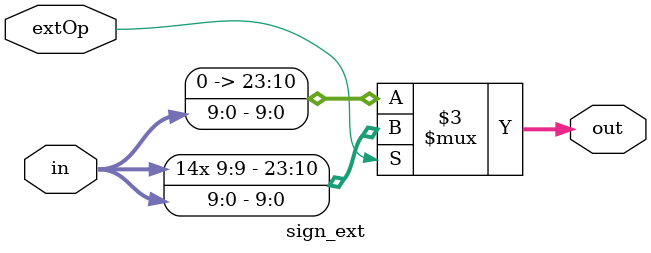
<source format=v>
module sign_ext(in,out,extOp);

input [9:0] in;
input extOp;
output reg [23:0] out;

always@(*)begin	 
	if(extOp)begin		
		out <= {{14{in[9]}}, in};
	end else begin
		out <= {{14{0}}, in};	
	end
	
end

	
endmodule

</source>
